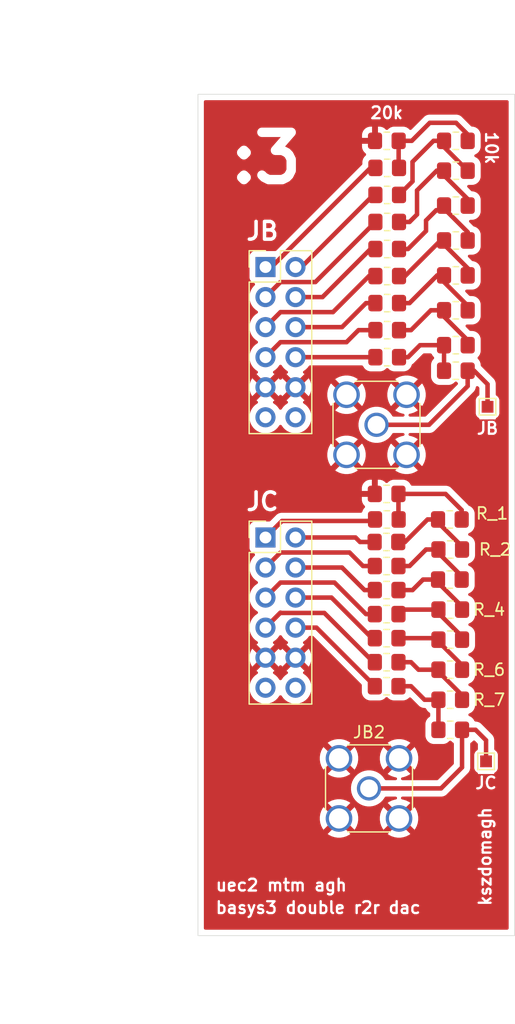
<source format=kicad_pcb>
(kicad_pcb (version 20241229) (generator "pcbnew") (generator_version "9.0")
  (layers (0 "F.Cu" signal) (2 "B.Cu" signal) (13 "F.Paste" user) (15 "B.Paste" user) (5 "F.SilkS" user "F.Silkscreen") (7 "B.SilkS" user "B.Silkscreen") (1 "F.Mask" user) (3 "B.Mask" user) (25 "Edge.Cuts" user))
  (net 0 "")
  (net 1 "GND")
  (net 2 "DB0")
  (net 3 "DB1")
  (net 4 "Net-(2R_4-Pad2)")
  (net 5 "DB2")
  (net 6 "Net-(2R_5-Pad2)")
  (net 7 "DB3")
  (net 8 "Net-(2R_6-Pad2)")
  (net 9 "DB4")
  (net 10 "Net-(2R_7-Pad2)")
  (net 11 "DB5")
  (net 12 "Net-(2R_8-Pad2)")
  (net 13 "DB6")
  (net 14 "DB7")
  (net 15 "Net-(2R_9-Pad2)")
  (net 16 "DA0")
  (net 17 "Net-(2R_11-Pad2)")
  (net 18 "DA1")
  (net 19 "Net-(2R_13-Pad2)")
  (net 20 "DA2")
  (net 21 "Net-(2R_14-Pad2)")
  (net 22 "Net-(2R_15-Pad2)")
  (net 23 "DA3")
  (net 24 "DA4")
  (net 25 "Net-(2R_16-Pad2)")
  (net 26 "DA5")
  (net 27 "Net-(2R_17-Pad2)")
  (net 28 "Net-(2R_18-Pad2)")
  (net 29 "DA6")
  (net 30 "Net-(2R_19-Pad2)")
  (net 31 "DA7")
  (net 32 "VDD")
  (net 33 "Net-(JB2-In)")
  (net 34 "Net-(JA2-In)")
  (net 35 "Net-(2R_B0-Pad2)")
  (net 36 "Net-(2R_B1-Pad2)")
  (footprint "Resistor_SMD:R_0805_2012Metric_Pad1.20x1.40mm_HandSolder" (layer "F.Cu") (at 148.352 100.711 180)
    (property "Reference" "R_4" (at -3.286 0 0) (layer "F.SilkS"))
    (property "Value" "10K" (hide yes))
    (fp_line (start -0.227064 0.735) (end 0.227064 0.735) (stroke (width 0.12)) (layer "F.SilkS"))
    (fp_line (start -0.227064 -0.735) (end 0.227064 -0.735) (stroke (width 0.12)) (layer "F.SilkS"))
    (pad "1" smd roundrect (at -1 0 180) (size 1.2 1.4) (layers "F.Cu" "F.Mask" "F.Paste") (roundrect_rratio 0.208333) (net 6 "Net-(2R_5-Pad2)"))
    (pad "2" smd roundrect (at 1 0 180) (size 1.2 1.4) (layers "F.Cu" "F.Mask" "F.Paste") (roundrect_rratio 0.208333) (net 8 "Net-(2R_6-Pad2)"))
  )
  (footprint "Resistor_SMD:R_0805_2012Metric_Pad1.20x1.40mm_HandSolder" (layer "F.Cu") (at 143.018 65.659)
    (property "Reference" "2R_13" (hide yes))
    (property "Value" "20K" (hide yes))
    (fp_line (start -0.227064 -0.735) (end 0.227064 -0.735) (stroke (width 0.12)) (layer "F.SilkS"))
    (fp_line (start -0.227064 0.735) (end 0.227064 0.735) (stroke (width 0.12)) (layer "F.SilkS"))
    (pad "1" smd roundrect (at -1 0) (size 1.2 1.4) (layers "F.Cu" "F.Mask" "F.Paste") (roundrect_rratio 0.208333) (net 24 "DA4"))
    (pad "2" smd roundrect (at 1 0) (size 1.2 1.4) (layers "F.Cu" "F.Mask" "F.Paste") (roundrect_rratio 0.208333) (net 19 "Net-(2R_13-Pad2)"))
  )
  (footprint "Resistor_SMD:R_0805_2012Metric_Pad1.20x1.40mm_HandSolder" (layer "F.Cu") (at 148.828 72.459 180)
    (property "Reference" "R_14" (hide yes))
    (property "Value" "10K" (hide yes))
    (fp_line (start -0.227064 0.735) (end 0.227064 0.735) (stroke (width 0.12)) (layer "F.SilkS"))
    (fp_line (start -0.227064 -0.735) (end 0.227064 -0.735) (stroke (width 0.12)) (layer "F.SilkS"))
    (pad "1" smd roundrect (at -1 0 180) (size 1.2 1.4) (layers "F.Cu" "F.Mask" "F.Paste") (roundrect_rratio 0.208333) (net 25 "Net-(2R_16-Pad2)"))
    (pad "2" smd roundrect (at 1 0 180) (size 1.2 1.4) (layers "F.Cu" "F.Mask" "F.Paste") (roundrect_rratio 0.208333) (net 27 "Net-(2R_17-Pad2)"))
  )
  (footprint "Resistor_SMD:R_0805_2012Metric_Pad1.20x1.40mm_HandSolder" (layer "F.Cu") (at 142.954 94.996)
    (property "Reference" "2R_B1" (hide yes))
    (property "Value" "20K" (hide yes))
    (fp_line (start -0.227064 -0.735) (end 0.227064 -0.735) (stroke (width 0.12)) (layer "F.SilkS"))
    (fp_line (start -0.227064 0.735) (end 0.227064 0.735) (stroke (width 0.12)) (layer "F.SilkS"))
    (pad "1" smd roundrect (at -1 0) (size 1.2 1.4) (layers "F.Cu" "F.Mask" "F.Paste") (roundrect_rratio 0.208333) (net 9 "DB4"))
    (pad "2" smd roundrect (at 1 0) (size 1.2 1.4) (layers "F.Cu" "F.Mask" "F.Paste") (roundrect_rratio 0.208333) (net 36 "Net-(2R_B1-Pad2)"))
  )
  (footprint "Resistor_SMD:R_0805_2012Metric_Pad1.20x1.40mm_HandSolder" (layer "F.Cu") (at 143.018 70.231)
    (property "Reference" "2R_15" (hide yes))
    (property "Value" "20K" (hide yes))
    (fp_line (start -0.227064 -0.735) (end 0.227064 -0.735) (stroke (width 0.12)) (layer "F.SilkS"))
    (fp_line (start -0.227064 0.735) (end 0.227064 0.735) (stroke (width 0.12)) (layer "F.SilkS"))
    (pad "1" smd roundrect (at -1 0) (size 1.2 1.4) (layers "F.Cu" "F.Mask" "F.Paste") (roundrect_rratio 0.208333) (net 26 "DA5"))
    (pad "2" smd roundrect (at 1 0) (size 1.2 1.4) (layers "F.Cu" "F.Mask" "F.Paste") (roundrect_rratio 0.208333) (net 22 "Net-(2R_15-Pad2)"))
  )
  (footprint "Resistor_SMD:R_0805_2012Metric_Pad1.20x1.40mm_HandSolder" (layer "F.Cu") (at 142.97 99.06)
    (property "Reference" "2R_5" (hide yes))
    (property "Value" "20K" (hide yes))
    (fp_line (start -0.227064 -0.735) (end 0.227064 -0.735) (stroke (width 0.12)) (layer "F.SilkS"))
    (fp_line (start -0.227064 0.735) (end 0.227064 0.735) (stroke (width 0.12)) (layer "F.SilkS"))
    (pad "1" smd roundrect (at -1 0) (size 1.2 1.4) (layers "F.Cu" "F.Mask" "F.Paste") (roundrect_rratio 0.208333) (net 11 "DB5"))
    (pad "2" smd roundrect (at 1 0) (size 1.2 1.4) (layers "F.Cu" "F.Mask" "F.Paste") (roundrect_rratio 0.208333) (net 6 "Net-(2R_5-Pad2)"))
  )
  (footprint "TestPoint:TestPoint_Pad_1.0x1.0mm" (layer "F.Cu") (at 151.511 83.566)
    (property "Reference" "REF**" (hide yes))
    (property "Value" "TestPoint_Pad_1.0x1.0mm" (hide yes))
    (fp_line (start -0.7 -0.7) (end 0.7 -0.7) (stroke (width 0.12)) (layer "F.SilkS"))
    (fp_line (start -0.7 0.7) (end -0.7 -0.7) (stroke (width 0.12)) (layer "F.SilkS"))
    (fp_line (start 0.7 -0.7) (end 0.7 0.7) (stroke (width 0.12)) (layer "F.SilkS"))
    (fp_line (start 0.7 0.7) (end -0.7 0.7) (stroke (width 0.12)) (layer "F.SilkS"))
    (pad "1" smd rect (at 0 0) (size 1 1) (layers "F.Cu" "F.Mask") (net 34 "Net-(JA2-In)"))
  )
  (footprint "Resistor_SMD:R_0805_2012Metric_Pad1.20x1.40mm_HandSolder" (layer "F.Cu") (at 142.97 90.932 180)
    (property "Reference" "2R_B2" (hide yes))
    (property "Value" "20K" (hide yes))
    (fp_line (start -0.227064 0.735) (end 0.227064 0.735) (stroke (width 0.12)) (layer "F.SilkS"))
    (fp_line (start -0.227064 -0.735) (end 0.227064 -0.735) (stroke (width 0.12)) (layer "F.SilkS"))
    (pad "1" smd roundrect (at -1 0 180) (size 1.2 1.4) (layers "F.Cu" "F.Mask" "F.Paste") (roundrect_rratio 0.208333) (net 35 "Net-(2R_B0-Pad2)"))
    (pad "2" smd roundrect (at 1 0 180) (size 1.2 1.4) (layers "F.Cu" "F.Mask" "F.Paste") (roundrect_rratio 0.208333) (net 1 "GND"))
  )
  (footprint "Resistor_SMD:R_0805_2012Metric_Pad1.20x1.40mm_HandSolder" (layer "F.Cu") (at 142.986 61.087 180)
    (property "Reference" "2R_12" (hide yes))
    (property "Value" "20K" (hide yes))
    (fp_line (start -0.227064 0.735) (end 0.227064 0.735) (stroke (width 0.12)) (layer "F.SilkS"))
    (fp_line (start -0.227064 -0.735) (end 0.227064 -0.735) (stroke (width 0.12)) (layer "F.SilkS"))
    (pad "1" smd roundrect (at -1 0 180) (size 1.2 1.4) (layers "F.Cu" "F.Mask" "F.Paste") (roundrect_rratio 0.208333) (net 17 "Net-(2R_11-Pad2)"))
    (pad "2" smd roundrect (at 1 0 180) (size 1.2 1.4) (layers "F.Cu" "F.Mask" "F.Paste") (roundrect_rratio 0.208333) (net 1 "GND"))
  )
  (footprint "Connector_Coaxial:SMA_Wurth_60312002114503_Vertical" (layer "F.Cu") (at 142.113 85.09)
    (property "Reference" "JA2" (hide yes))
    (property "Value" "Conn_Coaxial_Small" (hide yes))
    (fp_line (start -3.68 -1.8) (end -3.68 1.8) (stroke (width 0.12)) (layer "F.SilkS"))
    (fp_line (start -1.8 -3.68) (end 1.8 -3.68) (stroke (width 0.12)) (layer "F.SilkS"))
    (fp_line (start -1.8 3.68) (end 1.8 3.68) (stroke (width 0.12)) (layer "F.SilkS"))
    (fp_line (start 3.68 -1.8) (end 3.68 1.8) (stroke (width 0.12)) (layer "F.SilkS"))
    (pad "1" thru_hole circle (at 0 0) (size 2.05 2.05) (drill 1.5) (layers "*.Cu" "*.Mask") (net 34 "Net-(JA2-In)"))
    (pad "2" thru_hole circle (at -2.54 -2.54) (size 2.25 2.25) (drill 1.7) (layers "*.Cu" "*.Mask") (net 1 "GND"))
    (pad "2" thru_hole circle (at -2.54 2.54) (size 2.25 2.25) (drill 1.7) (layers "*.Cu" "*.Mask") (net 1 "GND"))
    (pad "2" thru_hole circle (at 2.54 -2.54) (size 2.25 2.25) (drill 1.7) (layers "*.Cu" "*.Mask") (net 1 "GND"))
    (pad "2" thru_hole circle (at 2.54 2.54) (size 2.25 2.25) (drill 1.7) (layers "*.Cu" "*.Mask") (net 1 "GND"))
  )
  (footprint "Resistor_SMD:R_0805_2012Metric_Pad1.20x1.40mm_HandSolder" (layer "F.Cu") (at 143.018 79.375)
    (property "Reference" "2R_19" (hide yes))
    (property "Value" "20K" (hide yes))
    (fp_line (start -0.227064 -0.735) (end 0.227064 -0.735) (stroke (width 0.12)) (layer "F.SilkS"))
    (fp_line (start -0.227064 0.735) (end 0.227064 0.735) (stroke (width 0.12)) (layer "F.SilkS"))
    (pad "1" smd roundrect (at -1 0) (size 1.2 1.4) (layers "F.Cu" "F.Mask" "F.Paste") (roundrect_rratio 0.208333) (net 31 "DA7"))
    (pad "2" smd roundrect (at 1 0) (size 1.2 1.4) (layers "F.Cu" "F.Mask" "F.Paste") (roundrect_rratio 0.208333) (net 30 "Net-(2R_19-Pad2)"))
  )
  (footprint "Resistor_SMD:R_0805_2012Metric_Pad1.20x1.40mm_HandSolder" (layer "F.Cu") (at 148.828 61.087 180)
    (property "Reference" "R_10" (hide yes))
    (property "Value" "10K" (hide yes))
    (fp_line (start -0.227064 0.735) (end 0.227064 0.735) (stroke (width 0.12)) (layer "F.SilkS"))
    (fp_line (start -0.227064 -0.735) (end 0.227064 -0.735) (stroke (width 0.12)) (layer "F.SilkS"))
    (pad "1" smd roundrect (at -1 0 180) (size 1.2 1.4) (layers "F.Cu" "F.Mask" "F.Paste") (roundrect_rratio 0.208333) (net 17 "Net-(2R_11-Pad2)"))
    (pad "2" smd roundrect (at 1 0 180) (size 1.2 1.4) (layers "F.Cu" "F.Mask" "F.Paste") (roundrect_rratio 0.208333) (net 19 "Net-(2R_13-Pad2)"))
  )
  (footprint "Connector_Coaxial:SMA_Wurth_60312002114503_Vertical" (layer "F.Cu") (at 141.478 115.824)
    (property "Reference" "JB2" (at 0 -4.75 0) (layer "F.SilkS"))
    (property "Value" "Conn_Coaxial_Small" (hide yes))
    (fp_line (start -3.68 -1.8) (end -3.68 1.8) (stroke (width 0.12)) (layer "F.SilkS"))
    (fp_line (start -1.8 -3.68) (end 1.8 -3.68) (stroke (width 0.12)) (layer "F.SilkS"))
    (fp_line (start -1.8 3.68) (end 1.8 3.68) (stroke (width 0.12)) (layer "F.SilkS"))
    (fp_line (start 3.68 -1.8) (end 3.68 1.8) (stroke (width 0.12)) (layer "F.SilkS"))
    (pad "1" thru_hole circle (at 0 0) (size 2.05 2.05) (drill 1.5) (layers "*.Cu" "*.Mask") (net 33 "Net-(JB2-In)"))
    (pad "2" thru_hole circle (at -2.54 -2.54) (size 2.25 2.25) (drill 1.7) (layers "*.Cu" "*.Mask") (net 1 "GND"))
    (pad "2" thru_hole circle (at -2.54 2.54) (size 2.25 2.25) (drill 1.7) (layers "*.Cu" "*.Mask") (net 1 "GND"))
    (pad "2" thru_hole circle (at 2.54 -2.54) (size 2.25 2.25) (drill 1.7) (layers "*.Cu" "*.Mask") (net 1 "GND"))
    (pad "2" thru_hole circle (at 2.54 2.54) (size 2.25 2.25) (drill 1.7) (layers "*.Cu" "*.Mask") (net 1 "GND"))
  )
  (footprint "TestPoint:TestPoint_Pad_1.0x1.0mm" (layer "F.Cu") (at 151.384 113.538)
    (property "Reference" "REF**" (hide yes))
    (property "Value" "TestPoint_Pad_1.0x1.0mm" (hide yes))
    (fp_line (start -0.7 -0.7) (end 0.7 -0.7) (stroke (width 0.12)) (layer "F.SilkS"))
    (fp_line (start -0.7 0.7) (end -0.7 -0.7) (stroke (width 0.12)) (layer "F.SilkS"))
    (fp_line (start 0.7 -0.7) (end 0.7 0.7) (stroke (width 0.12)) (layer "F.SilkS"))
    (fp_line (start 0.7 0.7) (end -0.7 0.7) (stroke (width 0.12)) (layer "F.SilkS"))
    (pad "1" smd rect (at 0 0) (size 1 1) (layers "F.Cu" "F.Mask") (net 33 "Net-(JB2-In)"))
  )
  (footprint "Resistor_SMD:R_0805_2012Metric_Pad1.20x1.40mm_HandSolder" (layer "F.Cu") (at 142.97 101.092)
    (property "Reference" "2R_6" (hide yes))
    (property "Value" "20K" (hide yes))
    (fp_line (start -0.227064 -0.735) (end 0.227064 -0.735) (stroke (width 0.12)) (layer "F.SilkS"))
    (fp_line (start -0.227064 0.735) (end 0.227064 0.735) (stroke (width 0.12)) (layer "F.SilkS"))
    (pad "1" smd roundrect (at -1 0) (size 1.2 1.4) (layers "F.Cu" "F.Mask" "F.Paste") (roundrect_rratio 0.208333) (net 5 "DB2"))
    (pad "2" smd roundrect (at 1 0) (size 1.2 1.4) (layers "F.Cu" "F.Mask" "F.Paste") (roundrect_rratio 0.208333) (net 8 "Net-(2R_6-Pad2)"))
  )
  (footprint "Resistor_SMD:R_0805_2012Metric_Pad1.20x1.40mm_HandSolder" (layer "F.Cu") (at 148.32 93.091 180)
    (property "Reference" "R_1" (at -3.572 0.508 0) (layer "F.SilkS"))
    (property "Value" "10K" (hide yes))
    (fp_line (start -0.227064 0.735) (end 0.227064 0.735) (stroke (width 0.12)) (layer "F.SilkS"))
    (fp_line (start -0.227064 -0.735) (end 0.227064 -0.735) (stroke (width 0.12)) (layer "F.SilkS"))
    (pad "1" smd roundrect (at -1 0 180) (size 1.2 1.4) (layers "F.Cu" "F.Mask" "F.Paste") (roundrect_rratio 0.208333) (net 35 "Net-(2R_B0-Pad2)"))
    (pad "2" smd roundrect (at 1 0 180) (size 1.2 1.4) (layers "F.Cu" "F.Mask" "F.Paste") (roundrect_rratio 0.208333) (net 36 "Net-(2R_B1-Pad2)"))
  )
  (footprint "Resistor_SMD:R_0805_2012Metric_Pad1.20x1.40mm_HandSolder" (layer "F.Cu") (at 143.018 72.517)
    (property "Reference" "2R_16" (hide yes))
    (property "Value" "20K" (hide yes))
    (fp_line (start -0.227064 -0.735) (end 0.227064 -0.735) (stroke (width 0.12)) (layer "F.SilkS"))
    (fp_line (start -0.227064 0.735) (end 0.227064 0.735) (stroke (width 0.12)) (layer "F.SilkS"))
    (pad "1" smd roundrect (at -1 0) (size 1.2 1.4) (layers "F.Cu" "F.Mask" "F.Paste") (roundrect_rratio 0.208333) (net 20 "DA2"))
    (pad "2" smd roundrect (at 1 0) (size 1.2 1.4) (layers "F.Cu" "F.Mask" "F.Paste") (roundrect_rratio 0.208333) (net 25 "Net-(2R_16-Pad2)"))
  )
  (footprint "Resistor_SMD:R_0805_2012Metric_Pad1.20x1.40mm_HandSolder" (layer "F.Cu") (at 148.828 69.509 180)
    (property "Reference" "R_13" (hide yes))
    (property "Value" "10K" (hide yes))
    (fp_line (start -0.227064 0.735) (end 0.227064 0.735) (stroke (width 0.12)) (layer "F.SilkS"))
    (fp_line (start -0.227064 -0.735) (end 0.227064 -0.735) (stroke (width 0.12)) (layer "F.SilkS"))
    (pad "1" smd roundrect (at -1 0 180) (size 1.2 1.4) (layers "F.Cu" "F.Mask" "F.Paste") (roundrect_rratio 0.208333) (net 22 "Net-(2R_15-Pad2)"))
    (pad "2" smd roundrect (at 1 0 180) (size 1.2 1.4) (layers "F.Cu" "F.Mask" "F.Paste") (roundrect_rratio 0.208333) (net 25 "Net-(2R_16-Pad2)"))
  )
  (footprint "Resistor_SMD:R_0805_2012Metric_Pad1.20x1.40mm_HandSolder" (layer "F.Cu") (at 142.97 97.028)
    (property "Reference" "2R_4" (hide yes))
    (property "Value" "20K" (hide yes))
    (fp_line (start -0.227064 -0.735) (end 0.227064 -0.735) (stroke (width 0.12)) (layer "F.SilkS"))
    (fp_line (start -0.227064 0.735) (end 0.227064 0.735) (stroke (width 0.12)) (layer "F.SilkS"))
    (pad "1" smd roundrect (at -1 0) (size 1.2 1.4) (layers "F.Cu" "F.Mask" "F.Paste") (roundrect_rratio 0.208333) (net 3 "DB1"))
    (pad "2" smd roundrect (at 1 0) (size 1.2 1.4) (layers "F.Cu" "F.Mask" "F.Paste") (roundrect_rratio 0.208333) (net 4 "Net-(2R_4-Pad2)"))
  )
  (footprint "Resistor_SMD:R_0805_2012Metric_Pad1.20x1.40mm_HandSolder" (layer "F.Cu") (at 142.97 103.124)
    (property "Reference" "2R_7" (hide yes))
    (property "Value" "20K" (hide yes))
    (fp_line (start -0.227064 -0.735) (end 0.227064 -0.735) (stroke (width 0.12)) (layer "F.SilkS"))
    (fp_line (start -0.227064 0.735) (end 0.227064 0.735) (stroke (width 0.12)) (layer "F.SilkS"))
    (pad "1" smd roundrect (at -1 0) (size 1.2 1.4) (layers "F.Cu" "F.Mask" "F.Paste") (roundrect_rratio 0.208333) (net 13 "DB6"))
    (pad "2" smd roundrect (at 1 0) (size 1.2 1.4) (layers "F.Cu" "F.Mask" "F.Paste") (roundrect_rratio 0.208333) (net 10 "Net-(2R_7-Pad2)"))
  )
  (footprint "Connector_PinHeader_2.54mm:PinHeader_2x06_P2.54mm_Vertical" (layer "F.Cu") (at 132.715 71.755)
    (property "Reference" "JA1" (hide yes))
    (property "Value" "Conn_02x06_Odd_Even" (hide yes))
    (fp_line (start -1.38 -1.38) (end 0 -1.38) (stroke (width 0.12)) (layer "F.SilkS"))
    (fp_line (start -1.38 0) (end -1.38 -1.38) (stroke (width 0.12)) (layer "F.SilkS"))
    (fp_line (start -1.38 1.27) (end -1.38 14.08) (stroke (width 0.12)) (layer "F.SilkS"))
    (fp_line (start -1.38 1.27) (end 1.27 1.27) (stroke (width 0.12)) (layer "F.SilkS"))
    (fp_line (start -1.38 14.08) (end 3.92 14.08) (stroke (width 0.12)) (layer "F.SilkS"))
    (fp_line (start 1.27 -1.38) (end 3.92 -1.38) (stroke (width 0.12)) (layer "F.SilkS"))
    (fp_line (start 1.27 1.27) (end 1.27 -1.38) (stroke (width 0.12)) (layer "F.SilkS"))
    (fp_line (start 3.92 -1.38) (end 3.92 14.08) (stroke (width 0.12)) (layer "F.SilkS"))
    (pad "1" thru_hole rect (at 0 0) (size 1.7 1.7) (drill 1) (layers "*.Cu" "*.Mask") (net 16 "DA0"))
    (pad "2" thru_hole circle (at 2.54 0) (size 1.7 1.7) (drill 1) (layers "*.Cu" "*.Mask") (net 24 "DA4"))
    (pad "3" thru_hole circle (at 0 2.54) (size 1.7 1.7) (drill 1) (layers "*.Cu" "*.Mask") (net 18 "DA1"))
    (pad "4" thru_hole circle (at 2.54 2.54) (size 1.7 1.7) (drill 1) (layers "*.Cu" "*.Mask") (net 26 "DA5"))
    (pad "5" thru_hole circle (at 0 5.08) (size 1.7 1.7) (drill 1) (layers "*.Cu" "*.Mask") (net 20 "DA2"))
    (pad "6" thru_hole circle (at 2.54 5.08) (size 1.7 1.7) (drill 1) (layers "*.Cu" "*.Mask") (net 29 "DA6"))
    (pad "7" thru_hole circle (at 0 7.62) (size 1.7 1.7) (drill 1) (layers "*.Cu" "*.Mask") (net 23 "DA3"))
    (pad "8" thru_hole circle (at 2.54 7.62) (size 1.7 1.7) (drill 1) (layers "*.Cu" "*.Mask") (net 31 "DA7"))
    (pad "9" thru_hole circle (at 0 10.16) (size 1.7 1.7) (drill 1) (layers "*.Cu" "*.Mask") (net 1 "GND"))
    (pad "10" thru_hole circle (at 2.54 10.16) (size 1.7 1.7) (drill 1) (layers "*.Cu" "*.Mask") (net 1 "GND"))
    (pad "11" thru_hole circle (at 0 12.7) (size 1.7 1.7) (drill 1) (layers "*.Cu" "*.Mask") (net 32 "VDD"))
    (pad "12" thru_hole circle (at 2.54 12.7) (size 1.7 1.7) (drill 1) (layers "*.Cu" "*.Mask") (net 32 "VDD"))
  )
  (footprint "Connector_PinHeader_2.54mm:PinHeader_2x06_P2.54mm_Vertical" (layer "F.Cu") (at 132.715 94.615)
    (property "Reference" "JB1" (hide yes))
    (property "Value" "Conn_02x06_Odd_Even" (hide yes))
    (fp_line (start -1.38 -1.38) (end 0 -1.38) (stroke (width 0.12)) (layer "F.SilkS"))
    (fp_line (start -1.38 0) (end -1.38 -1.38) (stroke (width 0.12)) (layer "F.SilkS"))
    (fp_line (start -1.38 1.27) (end -1.38 14.08) (stroke (width 0.12)) (layer "F.SilkS"))
    (fp_line (start -1.38 1.27) (end 1.27 1.27) (stroke (width 0.12)) (layer "F.SilkS"))
    (fp_line (start -1.38 14.08) (end 3.92 14.08) (stroke (width 0.12)) (layer "F.SilkS"))
    (fp_line (start 1.27 -1.38) (end 3.92 -1.38) (stroke (width 0.12)) (layer "F.SilkS"))
    (fp_line (start 1.27 1.27) (end 1.27 -1.38) (stroke (width 0.12)) (layer "F.SilkS"))
    (fp_line (start 3.92 -1.38) (end 3.92 14.08) (stroke (width 0.12)) (layer "F.SilkS"))
    (pad "1" thru_hole rect (at 0 0) (size 1.7 1.7) (drill 1) (layers "*.Cu" "*.Mask") (net 2 "DB0"))
    (pad "2" thru_hole circle (at 2.54 0) (size 1.7 1.7) (drill 1) (layers "*.Cu" "*.Mask") (net 9 "DB4"))
    (pad "3" thru_hole circle (at 0 2.54) (size 1.7 1.7) (drill 1) (layers "*.Cu" "*.Mask") (net 3 "DB1"))
    (pad "4" thru_hole circle (at 2.54 2.54) (size 1.7 1.7) (drill 1) (layers "*.Cu" "*.Mask") (net 11 "DB5"))
    (pad "5" thru_hole circle (at 0 5.08) (size 1.7 1.7) (drill 1) (layers "*.Cu" "*.Mask") (net 5 "DB2"))
    (pad "6" thru_hole circle (at 2.54 5.08) (size 1.7 1.7) (drill 1) (layers "*.Cu" "*.Mask") (net 13 "DB6"))
    (pad "7" thru_hole circle (at 0 7.62) (size 1.7 1.7) (drill 1) (layers "*.Cu" "*.Mask") (net 7 "DB3"))
    (pad "8" thru_hole circle (at 2.54 7.62) (size 1.7 1.7) (drill 1) (layers "*.Cu" "*.Mask") (net 14 "DB7"))
    (pad "9" thru_hole circle (at 0 10.16) (size 1.7 1.7) (drill 1) (layers "*.Cu" "*.Mask") (net 1 "GND"))
    (pad "10" thru_hole circle (at 2.54 10.16) (size 1.7 1.7) (drill 1) (layers "*.Cu" "*.Mask") (net 1 "GND"))
    (pad "11" thru_hole circle (at 0 12.7) (size 1.7 1.7) (drill 1) (layers "*.Cu" "*.Mask") (net 32 "VDD"))
    (pad "12" thru_hole circle (at 2.54 12.7) (size 1.7 1.7) (drill 1) (layers "*.Cu" "*.Mask") (net 32 "VDD"))
  )
  (footprint "Resistor_SMD:R_0805_2012Metric_Pad1.20x1.40mm_HandSolder" (layer "F.Cu") (at 142.97 105.156)
    (property "Reference" "2R_8" (hide yes))
    (property "Value" "20K" (hide yes))
    (fp_line (start -0.227064 -0.735) (end 0.227064 -0.735) (stroke (width 0.12)) (layer "F.SilkS"))
    (fp_line (start -0.227064 0.735) (end 0.227064 0.735) (stroke (width 0.12)) (layer "F.SilkS"))
    (pad "1" smd roundrect (at -1 0) (size 1.2 1.4) (layers "F.Cu" "F.Mask" "F.Paste") (roundrect_rratio 0.208333) (net 7 "DB3"))
    (pad "2" smd roundrect (at 1 0) (size 1.2 1.4) (layers "F.Cu" "F.Mask" "F.Paste") (roundrect_rratio 0.208333) (net 12 "Net-(2R_8-Pad2)"))
  )
  (footprint "Resistor_SMD:R_0805_2012Metric_Pad1.20x1.40mm_HandSolder" (layer "F.Cu") (at 148.352 105.791 180)
    (property "Reference" "R_6" (at -3.286 0 0) (layer "F.SilkS"))
    (property "Value" "10K" (hide yes))
    (fp_line (start -0.227064 0.735) (end 0.227064 0.735) (stroke (width 0.12)) (layer "F.SilkS"))
    (fp_line (start -0.227064 -0.735) (end 0.227064 -0.735) (stroke (width 0.12)) (layer "F.SilkS"))
    (pad "1" smd roundrect (at -1 0 180) (size 1.2 1.4) (layers "F.Cu" "F.Mask" "F.Paste") (roundrect_rratio 0.208333) (net 10 "Net-(2R_7-Pad2)"))
    (pad "2" smd roundrect (at 1 0 180) (size 1.2 1.4) (layers "F.Cu" "F.Mask" "F.Paste") (roundrect_rratio 0.208333) (net 12 "Net-(2R_8-Pad2)"))
  )
  (footprint "Resistor_SMD:R_0805_2012Metric_Pad1.20x1.40mm_HandSolder" (layer "F.Cu") (at 148.352 103.251 180)
    (property "Reference" "R_5" (hide yes))
    (property "Value" "10K" (hide yes))
    (fp_line (start -0.227064 0.735) (end 0.227064 0.735) (stroke (width 0.12)) (layer "F.SilkS"))
    (fp_line (start -0.227064 -0.735) (end 0.227064 -0.735) (stroke (width 0.12)) (layer "F.SilkS"))
    (pad "1" smd roundrect (at -1 0 180) (size 1.2 1.4) (layers "F.Cu" "F.Mask" "F.Paste") (roundrect_rratio 0.208333) (net 8 "Net-(2R_6-Pad2)"))
    (pad "2" smd roundrect (at 1 0 180) (size 1.2 1.4) (layers "F.Cu" "F.Mask" "F.Paste") (roundrect_rratio 0.208333) (net 10 "Net-(2R_7-Pad2)"))
  )
  (footprint "Resistor_SMD:R_0805_2012Metric_Pad1.20x1.40mm_HandSolder" (layer "F.Cu") (at 143.018 77.089)
    (property "Reference" "2R_18" (hide yes))
    (property "Value" "20K" (hide yes))
    (fp_line (start -0.227064 -0.735) (end 0.227064 -0.735) (stroke (width 0.12)) (layer "F.SilkS"))
    (fp_line (start -0.227064 0.735) (end 0.227064 0.735) (stroke (width 0.12)) (layer "F.SilkS"))
    (pad "1" smd roundrect (at -1 0) (size 1.2 1.4) (layers "F.Cu" "F.Mask" "F.Paste") (roundrect_rratio 0.208333) (net 23 "DA3"))
    (pad "2" smd roundrect (at 1 0) (size 1.2 1.4) (layers "F.Cu" "F.Mask" "F.Paste") (roundrect_rratio 0.208333) (net 28 "Net-(2R_18-Pad2)"))
  )
  (footprint "Resistor_SMD:R_0805_2012Metric_Pad1.20x1.40mm_HandSolder" (layer "F.Cu") (at 148.352 110.871)
    (property "Reference" "R_8" (hide yes))
    (property "Value" "10K")
    (fp_line (start -0.227064 -0.735) (end 0.227064 -0.735) (stroke (width 0.12)) (layer "F.SilkS"))
    (fp_line (start -0.227064 0.735) (end 0.227064 0.735) (stroke (width 0.12)) (layer "F.SilkS"))
    (pad "1" smd roundrect (at -1 0) (size 1.2 1.4) (layers "F.Cu" "F.Mask" "F.Paste") (roundrect_rratio 0.208333) (net 15 "Net-(2R_9-Pad2)"))
    (pad "2" smd roundrect (at 1 0) (size 1.2 1.4) (layers "F.Cu" "F.Mask" "F.Paste") (roundrect_rratio 0.208333) (net 33 "Net-(JB2-In)"))
  )
  (footprint "Resistor_SMD:R_0805_2012Metric_Pad1.20x1.40mm_HandSolder" (layer "F.Cu") (at 148.352 95.631 180)
    (property "Reference" "R_2" (at -3.794 0 0) (layer "F.SilkS"))
    (property "Value" "10K" (hide yes))
    (fp_line (start -0.227064 0.735) (end 0.227064 0.735) (stroke (width 0.12)) (layer "F.SilkS"))
    (fp_line (start -0.227064 -0.735) (end 0.227064 -0.735) (stroke (width 0.12)) (layer "F.SilkS"))
    (pad "1" smd roundrect (at -1 0 180) (size 1.2 1.4) (layers "F.Cu" "F.Mask" "F.Paste") (roundrect_rratio 0.208333) (net 36 "Net-(2R_B1-Pad2)"))
    (pad "2" smd roundrect (at 1 0 180) (size 1.2 1.4) (layers "F.Cu" "F.Mask" "F.Paste") (roundrect_rratio 0.208333) (net 4 "Net-(2R_4-Pad2)"))
  )
  (footprint "Resistor_SMD:R_0805_2012Metric_Pad1.20x1.40mm_HandSolder" (layer "F.Cu") (at 143.018 67.945)
    (property "Reference" "2R_14" (hide yes))
    (property "Value" "20K" (hide yes))
    (fp_line (start -0.227064 -0.735) (end 0.227064 -0.735) (stroke (width 0.12)) (layer "F.SilkS"))
    (fp_line (start -0.227064 0.735) (end 0.227064 0.735) (stroke (width 0.12)) (layer "F.SilkS"))
    (pad "1" smd roundrect (at -1 0) (size 1.2 1.4) (layers "F.Cu" "F.Mask" "F.Paste") (roundrect_rratio 0.208333) (net 18 "DA1"))
    (pad "2" smd roundrect (at 1 0) (size 1.2 1.4) (layers "F.Cu" "F.Mask" "F.Paste") (roundrect_rratio 0.208333) (net 21 "Net-(2R_14-Pad2)"))
  )
  (footprint "Resistor_SMD:R_0805_2012Metric_Pad1.20x1.40mm_HandSolder" (layer "F.Cu") (at 148.828 78.359 180)
    (property "Reference" "R_16" (hide yes))
    (property "Value" "10K" (hide yes))
    (fp_line (start -0.227064 0.735) (end 0.227064 0.735) (stroke (width 0.12)) (layer "F.SilkS"))
    (fp_line (start -0.227064 -0.735) (end 0.227064 -0.735) (stroke (width 0.12)) (layer "F.SilkS"))
    (pad "1" smd roundrect (at -1 0 180) (size 1.2 1.4) (layers "F.Cu" "F.Mask" "F.Paste") (roundrect_rratio 0.208333) (net 28 "Net-(2R_18-Pad2)"))
    (pad "2" smd roundrect (at 1 0 180) (size 1.2 1.4) (layers "F.Cu" "F.Mask" "F.Paste") (roundrect_rratio 0.208333) (net 30 "Net-(2R_19-Pad2)"))
  )
  (footprint "Resistor_SMD:R_0805_2012Metric_Pad1.20x1.40mm_HandSolder" (layer "F.Cu") (at 142.97 107.188)
    (property "Reference" "2R_9" (hide yes))
    (property "Value" "20K" (hide yes))
    (fp_line (start -0.227064 -0.735) (end 0.227064 -0.735) (stroke (width 0.12)) (layer "F.SilkS"))
    (fp_line (start -0.227064 0.735) (end 0.227064 0.735) (stroke (width 0.12)) (layer "F.SilkS"))
    (pad "1" smd roundrect (at -1 0) (size 1.2 1.4) (layers "F.Cu" "F.Mask" "F.Paste") (roundrect_rratio 0.208333) (net 14 "DB7"))
    (pad "2" smd roundrect (at 1 0) (size 1.2 1.4) (layers "F.Cu" "F.Mask" "F.Paste") (roundrect_rratio 0.208333) (net 15 "Net-(2R_9-Pad2)"))
  )
  (footprint "Resistor_SMD:R_0805_2012Metric_Pad1.20x1.40mm_HandSolder" (layer "F.Cu") (at 148.352 108.331 180)
    (property "Reference" "R_7" (at -3.286 0 0) (layer "F.SilkS"))
    (property "Value" "10K" (hide yes))
    (fp_line (start -0.227064 0.735) (end 0.227064 0.735) (stroke (width 0.12)) (layer "F.SilkS"))
    (fp_line (start -0.227064 -0.735) (end 0.227064 -0.735) (stroke (width 0.12)) (layer "F.SilkS"))
    (pad "1" smd roundrect (at -1 0 180) (size 1.2 1.4) (layers "F.Cu" "F.Mask" "F.Paste") (roundrect_rratio 0.208333) (net 12 "Net-(2R_8-Pad2)"))
    (pad "2" smd roundrect (at 1 0 180) (size 1.2 1.4) (layers "F.Cu" "F.Mask" "F.Paste") (roundrect_rratio 0.208333) (net 15 "Net-(2R_9-Pad2)"))
  )
  (footprint "Resistor_SMD:R_0805_2012Metric_Pad1.20x1.40mm_HandSolder" (layer "F.Cu") (at 143.018 74.803)
    (property "Reference" "2R_17" (hide yes))
    (property "Value" "20K" (hide yes))
    (fp_line (start -0.227064 -0.735) (end 0.227064 -0.735) (stroke (width 0.12)) (layer "F.SilkS"))
    (fp_line (start -0.227064 0.735) (end 0.227064 0.735) (stroke (width 0.12)) (layer "F.SilkS"))
    (pad "1" smd roundrect (at -1 0) (size 1.2 1.4) (layers "F.Cu" "F.Mask" "F.Paste") (roundrect_rratio 0.208333) (net 29 "DA6"))
    (pad "2" smd roundrect (at 1 0) (size 1.2 1.4) (layers "F.Cu" "F.Mask" "F.Paste") (roundrect_rratio 0.208333) (net 27 "Net-(2R_17-Pad2)"))
  )
  (footprint "Resistor_SMD:R_0805_2012Metric_Pad1.20x1.40mm_HandSolder" (layer "F.Cu") (at 143.018 63.373)
    (property "Reference" "2R_11" (hide yes))
    (property "Value" "20K" (hide yes))
    (fp_line (start -0.227064 -0.735) (end 0.227064 -0.735) (stroke (width 0.12)) (layer "F.SilkS"))
    (fp_line (start -0.227064 0.735) (end 0.227064 0.735) (stroke (width 0.12)) (layer "F.SilkS"))
    (pad "1" smd roundrect (at -1 0) (size 1.2 1.4) (layers "F.Cu" "F.Mask" "F.Paste") (roundrect_rratio 0.208333) (net 16 "DA0"))
    (pad "2" smd roundrect (at 1 0) (size 1.2 1.4) (layers "F.Cu" "F.Mask" "F.Paste") (roundrect_rratio 0.208333) (net 17 "Net-(2R_11-Pad2)"))
  )
  (footprint "Resistor_SMD:R_0805_2012Metric_Pad1.20x1.40mm_HandSolder" (layer "F.Cu") (at 148.32 98.171 180)
    (property "Reference" "R_3" (hide yes))
    (property "Value" "10K" (hide yes))
    (fp_line (start -0.227064 0.735) (end 0.227064 0.735) (stroke (width 0.12)) (layer "F.SilkS"))
    (fp_line (start -0.227064 -0.735) (end 0.227064 -0.735) (stroke (width 0.12)) (layer "F.SilkS"))
    (pad "1" smd roundrect (at -1 0 180) (size 1.2 1.4) (layers "F.Cu" "F.Mask" "F.Paste") (roundrect_rratio 0.208333) (net 4 "Net-(2R_4-Pad2)"))
    (pad "2" smd roundrect (at 1 0 180) (size 1.2 1.4) (layers "F.Cu" "F.Mask" "F.Paste") (roundrect_rratio 0.208333) (net 6 "Net-(2R_5-Pad2)"))
  )
  (footprint "Resistor_SMD:R_0805_2012Metric_Pad1.20x1.40mm_HandSolder" (layer "F.Cu") (at 148.828 75.409 180)
    (property "Reference" "R_15" (hide yes))
    (property "Value" "10K" (hide yes))
    (fp_line (start -0.227064 0.735) (end 0.227064 0.735) (stroke (width 0.12)) (layer "F.SilkS"))
    (fp_line (start -0.227064 -0.735) (end 0.227064 -0.735) (stroke (width 0.12)) (layer "F.SilkS"))
    (pad "1" smd roundrect (at -1 0 180) (size 1.2 1.4) (layers "F.Cu" "F.Mask" "F.Paste") (roundrect_rratio 0.208333) (net 27 "Net-(2R_17-Pad2)"))
    (pad "2" smd roundrect (at 1 0 180) (size 1.2 1.4) (layers "F.Cu" "F.Mask" "F.Paste") (roundrect_rratio 0.208333) (net 28 "Net-(2R_18-Pad2)"))
  )
  (footprint "Resistor_SMD:R_0805_2012Metric_Pad1.20x1.40mm_HandSolder" (layer "F.Cu") (at 142.986 93.091)
    (property "Reference" "2R_B0" (hide yes))
    (property "Value" "20K" (hide yes))
    (fp_line (start -0.227064 -0.735) (end 0.227064 -0.735) (stroke (width 0.12)) (layer "F.SilkS"))
    (fp_line (start -0.227064 0.735) (end 0.227064 0.735) (stroke (width 0.12)) (layer "F.SilkS"))
    (pad "1" smd roundrect (at -1 0) (size 1.2 1.4) (layers "F.Cu" "F.Mask" "F.Paste") (roundrect_rratio 0.208333) (net 2 "DB0"))
    (pad "2" smd roundrect (at 1 0) (size 1.2 1.4) (layers "F.Cu" "F.Mask" "F.Paste") (roundrect_rratio 0.208333) (net 35 "Net-(2R_B0-Pad2)"))
  )
  (footprint "Resistor_SMD:R_0805_2012Metric_Pad1.20x1.40mm_HandSolder" (layer "F.Cu") (at 148.828 66.559 180)
    (property "Reference" "R_12" (hide yes))
    (property "Value" "10K" (hide yes))
    (fp_line (start -0.227064 0.735) (end 0.227064 0.735) (stroke (width 0.12)) (layer "F.SilkS"))
    (fp_line (start -0.227064 -0.735) (end 0.227064 -0.735) (stroke (width 0.12)) (layer "F.SilkS"))
    (pad "1" smd roundrect (at -1 0 180) (size 1.2 1.4) (layers "F.Cu" "F.Mask" "F.Paste") (roundrect_rratio 0.208333) (net 21 "Net-(2R_14-Pad2)"))
    (pad "2" smd roundrect (at 1 0 180) (size 1.2 1.4) (layers "F.Cu" "F.Mask" "F.Paste") (roundrect_rratio 0.208333) (net 22 "Net-(2R_15-Pad2)"))
  )
  (footprint "Resistor_SMD:R_0805_2012Metric_Pad1.20x1.40mm_HandSolder" (layer "F.Cu") (at 148.828 63.609 180)
    (property "Reference" "R_11" (hide yes))
    (property "Value" "10K" (hide yes))
    (fp_line (start -0.227064 0.735) (end 0.227064 0.735) (stroke (width 0.12)) (layer "F.SilkS"))
    (fp_line (start -0.227064 -0.735) (end 0.227064 -0.735) (stroke (width 0.12)) (layer "F.SilkS"))
    (pad "1" smd roundrect (at -1 0 180) (size 1.2 1.4) (layers "F.Cu" "F.Mask" "F.Paste") (roundrect_rratio 0.208333) (net 19 "Net-(2R_13-Pad2)"))
    (pad "2" smd roundrect (at 1 0 180) (size 1.2 1.4) (layers "F.Cu" "F.Mask" "F.Paste") (roundrect_rratio 0.208333) (net 21 "Net-(2R_14-Pad2)"))
  )
  (footprint "Resistor_SMD:R_0805_2012Metric_Pad1.20x1.40mm_HandSolder" (layer "F.Cu") (at 148.828 80.518)
    (property "Reference" "R_17" (hide yes))
    (property "Value" "10K" (hide yes))
    (fp_line (start -0.227064 -0.735) (end 0.227064 -0.735) (stroke (width 0.12)) (layer "F.SilkS"))
    (fp_line (start -0.227064 0.735) (end 0.227064 0.735) (stroke (width 0.12)) (layer "F.SilkS"))
    (pad "1" smd roundrect (at -1 0) (size 1.2 1.4) (layers "F.Cu" "F.Mask" "F.Paste") (roundrect_rratio 0.208333) (net 30 "Net-(2R_19-Pad2)"))
    (pad "2" smd roundrect (at 1 0) (size 1.2 1.4) (layers "F.Cu" "F.Mask" "F.Paste") (roundrect_rratio 0.208333) (net 34 "Net-(JA2-In)"))
  )
  (gr_rect (start 127 57.15) (end 153.797 128.27) (stroke (width 0.05)) (fill no) (layer "Edge.Cuts"))
  (gr_text "JC" (at 150.368 115.951 0) (layer "F.Cu" knockout) (effects (font (size 1 1) (thickness 0.2) (bold yes)) (justify left bottom)))
  (gr_text "10k" (at 151.257 60.198 270) (layer "F.Cu" knockout) (effects (font (size 1 1) (thickness 0.2) (bold yes)) (justify left bottom)))
  (gr_text "JB" (at 130.937 69.596 0) (layer "F.Cu" knockout) (effects (font (size 1.5 1.5) (thickness 0.3) (bold yes)) (justify left bottom)))
  (gr_text ":3" (at 129.413 64.897 0) (layer "F.Cu" knockout) (effects (font (size 4 4) (thickness 0.8) (bold yes)) (justify left bottom)))
  (gr_text "20k" (at 141.478 59.309 0) (layer "F.Cu" knockout) (effects (font (size 1 1) (thickness 0.2) (bold yes)) (justify left bottom)))
  (gr_text "basys3 double r2r dac" (at 128.397 126.492 0) (layer "F.Cu" knockout) (effects (font (size 1 1) (thickness 0.2) (bold yes)) (justify left bottom)))
  (gr_text "kszdomagh\n" (at 151.892 125.857 90) (layer "F.Cu" knockout) (effects (font (size 1 1) (thickness 0.2) (bold yes)) (justify left bottom)))
  (gr_text "JC" (at 130.937 92.456 0) (layer "F.Cu" knockout) (effects (font (size 1.5 1.5) (thickness 0.3) (bold yes)) (justify left bottom)))
  (gr_text "JB" (at 150.495 85.979 0) (layer "F.Cu" knockout) (effects (font (size 1 1) (thickness 0.2) (bold yes)) (justify left bottom)))
  (gr_text "uec2 mtm agh" (at 128.397 124.587 0) (layer "F.Cu" knockout) (effects (font (size 1 1) (thickness 0.2) (bold yes)) (justify left bottom)))
  (segment (start 134.112 93.218) (end 141.859 93.218) (width 0.381) (layer "F.Cu") (net 2))
  (segment (start 141.859 93.218) (end 141.986 93.091) (width 0.381) (layer "F.Cu") (net 2))
  (segment (start 132.715 94.615) (end 134.112 93.218) (width 0.381) (layer "F.Cu") (net 2))
  (segment (start 133.985 95.885) (end 139.827 95.885) (width 0.381) (layer "F.Cu") (net 3))
  (segment (start 140.97 97.028) (end 141.97 97.028) (width 0.381) (layer "F.Cu") (net 3))
  (segment (start 132.715 97.155) (end 133.985 95.885) (width 0.381) (layer "F.Cu") (net 3))
  (segment (start 139.827 95.885) (end 140.97 97.028) (width 0.381) (layer "F.Cu") (net 3))
  (segment (start 147.352 95.631) (end 147.352 95.917) (width 0.381) (layer "F.Cu") (net 4))
  (segment (start 149.32 97.885) (end 149.32 98.171) (width 0.381) (layer "F.Cu") (net 4))
  (segment (start 149.32 97.901) (end 149.32 98.171) (width 0.381) (layer "F.Cu") (net 4))
  (segment (start 147.352 95.917) (end 149.32 97.885) (width 0.381) (layer "F.Cu") (net 4))
  (segment (start 146.304 95.631) (end 147.352 95.631) (width 0.381) (layer "F.Cu") (net 4))
  (segment (start 144.907 97.028) (end 146.304 95.631) (width 0.381) (layer "F.Cu") (net 4))
  (segment (start 143.97 97.028) (end 144.907 97.028) (width 0.381) (layer "F.Cu") (net 4))
  (segment (start 133.985 98.425) (end 138.557 98.425) (width 0.381) (layer "F.Cu") (net 5))
  (segment (start 138.557 98.425) (end 141.224 101.092) (width 0.381) (layer "F.Cu") (net 5))
  (segment (start 141.224 101.092) (end 141.97 101.092) (width 0.381) (layer "F.Cu") (net 5))
  (segment (start 132.715 99.695) (end 133.985 98.425) (width 0.381) (layer "F.Cu") (net 5))
  (segment (start 145.161 99.06) (end 146.05 98.171) (width 0.381) (layer "F.Cu") (net 6))
  (segment (start 143.97 99.06) (end 145.161 99.06) (width 0.381) (layer "F.Cu") (net 6))
  (segment (start 147.32 98.425) (end 149.352 100.457) (width 0.381) (layer "F.Cu") (net 6))
  (segment (start 147.32 98.171) (end 147.32 98.425) (width 0.381) (layer "F.Cu") (net 6))
  (segment (start 149.352 100.457) (end 149.352 100.711) (width 0.381) (layer "F.Cu") (net 6))
  (segment (start 146.05 98.171) (end 147.32 98.171) (width 0.381) (layer "F.Cu") (net 6))
  (segment (start 133.9565 100.9935) (end 137.6965 100.9935) (width 0.381) (layer "F.Cu") (net 7))
  (segment (start 132.715 102.235) (end 133.985 100.965) (width 0.381) (layer "F.Cu") (net 7))
  (segment (start 132.715 102.235) (end 133.9565 100.9935) (width 0.381) (layer "F.Cu") (net 7))
  (segment (start 137.6965 100.9935) (end 141.859 105.156) (width 0.381) (layer "F.Cu") (net 7))
  (segment (start 141.859 105.156) (end 141.97 105.156) (width 0.381) (layer "F.Cu") (net 7))
  (segment (start 147.352 100.711) (end 147.352 100.997) (width 0.381) (layer "F.Cu") (net 8))
  (segment (start 143.97 101.092) (end 144.224 101.346) (width 0.381) (layer "F.Cu") (net 8))
  (segment (start 144.224 100.838) (end 143.97 101.092) (width 0.381) (layer "F.Cu") (net 8))
  (segment (start 144.351 100.711) (end 147.352 100.711) (width 0.381) (layer "F.Cu") (net 8))
  (segment (start 143.97 101.092) (end 144.351 100.711) (width 0.381) (layer "F.Cu") (net 8))
  (segment (start 149.352 102.997) (end 149.352 103.251) (width 0.381) (layer "F.Cu") (net 8))
  (segment (start 143.97 101.092) (end 144.121 101.243) (width 0.381) (layer "F.Cu") (net 8))
  (segment (start 147.352 100.997) (end 149.352 102.997) (width 0.381) (layer "F.Cu") (net 8))
  (segment (start 140.335 94.615) (end 140.716 94.996) (width 0.381) (layer "F.Cu") (net 9))
  (segment (start 140.716 94.996) (end 141.954 94.996) (width 0.381) (layer "F.Cu") (net 9))
  (segment (start 135.255 94.615) (end 140.335 94.615) (width 0.381) (layer "F.Cu") (net 9))
  (segment (start 147.225 103.124) (end 147.352 103.251) (width 0.381) (layer "F.Cu") (net 10))
  (segment (start 143.97 103.124) (end 147.225 103.124) (width 0.381) (layer "F.Cu") (net 10))
  (segment (start 149.352 105.41) (end 149.352 105.791) (width 0.381) (layer "F.Cu") (net 10))
  (segment (start 147.352 103.251) (end 147.352 103.41) (width 0.381) (layer "F.Cu") (net 10))
  (segment (start 147.352 103.41) (end 149.352 105.41) (width 0.381) (layer "F.Cu") (net 10))
  (segment (start 135.255 97.155) (end 139.192 97.155) (width 0.381) (layer "F.Cu") (net 11))
  (segment (start 141.097 99.06) (end 141.97 99.06) (width 0.381) (layer "F.Cu") (net 11))
  (segment (start 139.192 97.155) (end 141.097 99.06) (width 0.381) (layer "F.Cu") (net 11))
  (segment (start 145.034 105.156) (end 145.669 105.791) (width 0.381) (layer "F.Cu") (net 12))
  (segment (start 147.352 105.791) (end 147.352 105.95) (width 0.381) (layer "F.Cu") (net 12))
  (segment (start 145.669 105.791) (end 147.352 105.791) (width 0.381) (layer "F.Cu") (net 12))
  (segment (start 143.97 105.156) (end 145.034 105.156) (width 0.381) (layer "F.Cu") (net 12))
  (segment (start 147.352 105.95) (end 149.352 107.95) (width 0.381) (layer "F.Cu") (net 12))
  (segment (start 149.352 107.95) (end 149.352 108.331) (width 0.381) (layer "F.Cu") (net 12))
  (segment (start 149.352 108.331) (end 149.352 108.077) (width 0.381) (layer "F.Cu") (net 12))
  (segment (start 135.255 99.695) (end 138.303 99.695) (width 0.381) (layer "F.Cu") (net 13))
  (segment (start 138.303 99.695) (end 141.732 103.124) (width 0.381) (layer "F.Cu") (net 13))
  (segment (start 141.732 103.124) (end 141.97 103.124) (width 0.381) (layer "F.Cu") (net 13))
  (segment (start 137.033 102.235) (end 135.255 102.235) (width 0.381) (layer "F.Cu") (net 14))
  (segment (start 141.97 107.172) (end 137.033 102.235) (width 0.381) (layer "F.Cu") (net 14))
  (segment (start 141.97 107.188) (end 141.97 106.791) (width 0.381) (layer "F.Cu") (net 14))
  (segment (start 141.97 107.188) (end 141.97 107.172) (width 0.381) (layer "F.Cu") (net 14))
  (segment (start 141.938 107.188) (end 141.97 107.188) (width 0.381) (layer "F.Cu") (net 14))
  (segment (start 146.177 108.331) (end 147.352 108.331) (width 0.381) (layer "F.Cu") (net 15))
  (segment (start 143.97 107.188) (end 145.034 107.188) (width 0.381) (layer "F.Cu") (net 15))
  (segment (start 147.352 108.331) (end 147.352 110.871) (width 0.381) (layer "F.Cu") (net 15))
  (segment (start 145.034 107.188) (end 146.177 108.331) (width 0.381) (layer "F.Cu") (net 15))
  (segment (start 133.223 71.755) (end 141.605 63.373) (width 0.381) (layer "F.Cu") (net 16))
  (segment (start 132.715 71.755) (end 133.223 71.755) (width 0.381) (layer "F.Cu") (net 16))
  (segment (start 141.605 63.373) (end 142.018 63.373) (width 0.381) (layer "F.Cu") (net 16))
  (segment (start 143.986 61.087) (end 143.986 63.341) (width 0.381) (layer "F.Cu") (net 17))
  (segment (start 143.986 63.341) (end 144.018 63.373) (width 0.381) (layer "F.Cu") (net 17))
  (segment (start 144.018 61.119) (end 143.986 61.087) (width 0.381) (layer "F.Cu") (net 17))
  (segment (start 146.6215 59.563) (end 148.844 59.563) (width 0.381) (layer "F.Cu") (net 17))
  (segment (start 149.828 60.547) (end 149.828 61.087) (width 0.381) (layer "F.Cu") (net 17))
  (segment (start 143.986 61.087) (end 145.0975 61.087) (width 0.381) (layer "F.Cu") (net 17))
  (segment (start 145.0975 61.087) (end 146.6215 59.563) (width 0.381) (layer "F.Cu") (net 17))
  (segment (start 148.844 59.563) (end 149.828 60.547) (width 0.381) (layer "F.Cu") (net 17))
  (segment (start 132.715 74.295) (end 133.985 73.025) (width 0.381) (layer "F.Cu") (net 18))
  (segment (start 136.938 73.025) (end 142.018 67.945) (width 0.381) (layer "F.Cu") (net 18))
  (segment (start 133.985 73.025) (end 136.938 73.025) (width 0.381) (layer "F.Cu") (net 18))
  (segment (start 145.161 64.516) (end 145.161 62.865) (width 0.381) (layer "F.Cu") (net 19))
  (segment (start 147.828 61.609) (end 149.828 63.609) (width 0.381) (layer "F.Cu") (net 19))
  (segment (start 144.018 65.659) (end 145.161 64.516) (width 0.381) (layer "F.Cu") (net 19))
  (segment (start 146.939 61.087) (end 147.828 61.087) (width 0.381) (layer "F.Cu") (net 19))
  (segment (start 145.161 62.865) (end 146.939 61.087) (width 0.381) (layer "F.Cu") (net 19))
  (segment (start 147.828 61.087) (end 147.828 61.609) (width 0.381) (layer "F.Cu") (net 19))
  (segment (start 132.715 76.835) (end 133.985 75.565) (width 0.381) (layer "F.Cu") (net 20))
  (segment (start 133.985 75.565) (end 138.43 75.565) (width 0.381) (layer "F.Cu") (net 20))
  (segment (start 138.43 75.565) (end 141.478 72.517) (width 0.381) (layer "F.Cu") (net 20))
  (segment (start 141.478 72.517) (end 142.018 72.517) (width 0.381) (layer "F.Cu") (net 20))
  (segment (start 145.542 65.278) (end 147.211 63.609) (width 0.381) (layer "F.Cu") (net 21))
  (segment (start 147.211 63.609) (end 147.828 63.609) (width 0.381) (layer "F.Cu") (net 21))
  (segment (start 147.828 63.881) (end 147.828 63.609) (width 0.381) (layer "F.Cu") (net 21))
  (segment (start 147.828 64.008) (end 149.828 66.008) (width 0.381) (layer "F.Cu") (net 21))
  (segment (start 145.542 67.31) (end 145.542 65.278) (width 0.381) (layer "F.Cu") (net 21))
  (segment (start 147.828 63.609) (end 147.828 64.008) (width 0.381) (layer "F.Cu") (net 21))
  (segment (start 144.018 67.945) (end 144.907 67.945) (width 0.381) (layer "F.Cu") (net 21))
  (segment (start 144.907 67.945) (end 145.542 67.31) (width 0.381) (layer "F.Cu") (net 21))
  (segment (start 149.828 66.008) (end 149.828 66.559) (width 0.381) (layer "F.Cu") (net 21))
  (segment (start 144.018 67.945) (end 144.018 67.691) (width 0.381) (layer "F.Cu") (net 21))
  (segment (start 149.828 68.802) (end 149.828 69.509) (width 0.381) (layer "F.Cu") (net 22))
  (segment (start 147.828 66.559) (end 147.828 66.802) (width 0.381) (layer "F.Cu") (net 22))
  (segment (start 147.436 66.951) (end 147.171 66.951) (width 0.381) (layer "F.Cu") (net 22))
  (segment (start 144.78 70.231) (end 144.018 70.231) (width 0.381) (layer "F.Cu") (net 22))
  (segment (start 146.304 68.707) (end 144.78 70.231) (width 0.381) (layer "F.Cu") (net 22))
  (segment (start 144.018 69.723) (end 144.018 70.231) (width 0.381) (layer "F.Cu") (net 22))
  (segment (start 147.828 66.559) (end 147.436 66.951) (width 0.381) (layer "F.Cu") (net 22))
  (segment (start 147.828 66.802) (end 149.828 68.802) (width 0.381) (layer "F.Cu") (net 22))
  (segment (start 146.304 67.818) (end 146.304 68.707) (width 0.381) (layer "F.Cu") (net 22))
  (segment (start 147.171 66.951) (end 146.304 67.818) (width 0.381) (layer "F.Cu") (net 22))
  (segment (start 132.715 79.375) (end 133.985 78.105) (width 0.381) (layer "F.Cu") (net 23))
  (segment (start 133.985 78.105) (end 139.573 78.105) (width 0.381) (layer "F.Cu") (net 23))
  (segment (start 139.573 78.105) (end 140.589 77.089) (width 0.381) (layer "F.Cu") (net 23))
  (segment (start 140.589 77.089) (end 142.018 77.089) (width 0.381) (layer "F.Cu") (net 23))
  (segment (start 141.859 65.659) (end 142.018 65.659) (width 0.381) (layer "F.Cu") (net 24))
  (segment (start 135.255 71.755) (end 135.763 71.755) (width 0.381) (layer "F.Cu") (net 24))
  (segment (start 135.763 71.755) (end 141.859 65.659) (width 0.381) (layer "F.Cu") (net 24))
  (segment (start 147.828 69.509) (end 147.828 69.85) (width 0.381) (layer "F.Cu") (net 25))
  (segment (start 149.828 71.85) (end 149.828 72.459) (width 0.381) (layer "F.Cu") (net 25))
  (segment (start 144.526 72.517) (end 147.534 69.509) (width 0.381) (layer "F.Cu") (net 25))
  (segment (start 147.534 69.509) (end 147.828 69.509) (width 0.381) (layer "F.Cu") (net 25))
  (segment (start 147.828 69.85) (end 149.828 71.85) (width 0.381) (layer "F.Cu") (net 25))
  (segment (start 144.018 72.517) (end 144.526 72.517) (width 0.381) (layer "F.Cu") (net 25))
  (segment (start 135.255 74.295) (end 137.541 74.295) (width 0.381) (layer "F.Cu") (net 26))
  (segment (start 137.541 74.295) (end 141.605 70.231) (width 0.381) (layer "F.Cu") (net 26))
  (segment (start 141.605 70.231) (end 142.018 70.231) (width 0.381) (layer "F.Cu") (net 26))
  (segment (start 147.828 73.025) (end 149.828 75.025) (width 0.381) (layer "F.Cu") (net 27))
  (segment (start 144.907 74.803) (end 147.251 72.459) (width 0.381) (layer "F.Cu") (net 27))
  (segment (start 149.828 75.025) (end 149.828 75.409) (width 0.381) (layer "F.Cu") (net 27))
  (segment (start 147.828 72.459) (end 147.828 73.025) (width 0.381) (layer "F.Cu") (net 27))
  (segment (start 144.018 74.803) (end 144.907 74.803) (width 0.381) (layer "F.Cu") (net 27))
  (segment (start 147.251 72.459) (end 147.828 72.459) (width 0.381) (layer "F.Cu") (net 27))
  (segment (start 145.034 77.089) (end 146.714 75.409) (width 0.381) (layer "F.Cu") (net 28))
  (segment (start 147.828 75.946) (end 149.828 77.946) (width 0.381) (layer "F.Cu") (net 28))
  (segment (start 146.714 75.409) (end 147.828 75.409) (width 0.381) (layer "F.Cu") (net 28))
  (segment (start 149.828 77.946) (end 149.828 78.359) (width 0.381) (layer "F.Cu") (net 28))
  (segment (start 144.018 77.089) (end 145.034 77.089) (width 0.381) (layer "F.Cu") (net 28))
  (segment (start 147.828 75.409) (end 147.828 75.946) (width 0.381) (layer "F.Cu") (net 28))
  (segment (start 139.192 76.835) (end 141.224 74.803) (width 0.381) (layer "F.Cu") (net 29))
  (segment (start 135.255 76.835) (end 139.192 76.835) (width 0.381) (layer "F.Cu") (net 29))
  (segment (start 141.224 74.803) (end 142.018 74.803) (width 0.381) (layer "F.Cu") (net 29))
  (segment (start 144.78 79.375) (end 145.796 78.359) (width 0.381) (layer "F.Cu") (net 30))
  (segment (start 147.828 78.359) (end 147.828 80.518) (width 0.381) (layer "F.Cu") (net 30))
  (segment (start 144.018 79.375) (end 144.78 79.375) (width 0.381) (layer "F.Cu") (net 30))
  (segment (start 145.796 78.359) (end 147.828 78.359) (width 0.381) (layer "F.Cu") (net 30))
  (segment (start 135.255 79.375) (end 142.018 79.375) (width 0.381) (layer "F.Cu") (net 31))
  (segment (start 147.574 115.824) (end 149.352 114.046) (width 0.381) (layer "F.Cu") (net 33))
  (segment (start 149.352 114.046) (end 149.352 110.871) (width 0.381) (layer "F.Cu") (net 33))
  (segment (start 151.384 111.76) (end 151.384 113.538) (width 0.381) (layer "F.Cu") (net 33))
  (segment (start 141.478 115.824) (end 147.574 115.824) (width 0.381) (layer "F.Cu") (net 33))
  (segment (start 150.495 110.871) (end 149.352 110.871) (width 0.381) (layer "F.Cu") (net 33))
  (segment (start 151.384 111.76) (end 150.495 110.871) (width 0.381) (layer "F.Cu") (net 33))
  (segment (start 150.368 80.518) (end 151.511 81.661) (width 0.381) (layer "F.Cu") (net 34))
  (segment (start 149.828 81.82) (end 146.558 85.09) (width 0.381) (layer "F.Cu") (net 34))
  (segment (start 146.558 85.09) (end 142.113 85.09) (width 0.381) (layer "F.Cu") (net 34))
  (segment (start 150.368 80.518) (end 149.828 80.518) (width 0.381) (layer "F.Cu") (net 34))
  (segment (start 149.828 80.518) (end 149.828 81.82) (width 0.381) (layer "F.Cu") (net 34))
  (segment (start 151.511 81.661) (end 151.511 83.566) (width 0.381) (layer "F.Cu") (net 34))
  (segment (start 149.32 93.091) (end 149.32 92.297) (width 0.381) (layer "F.Cu") (net 35))
  (segment (start 143.97 90.932) (end 143.97 93.075) (width 0.381) (layer "F.Cu") (net 35))
  (segment (start 143.97 93.075) (end 143.986 93.091) (width 0.381) (layer "F.Cu") (net 35))
  (segment (start 149.32 92.297) (end 147.955 90.932) (width 0.381) (layer "F.Cu") (net 35))
  (segment (start 147.955 90.932) (end 143.97 90.932) (width 0.381) (layer "F.Cu") (net 35))
  (segment (start 147.32 93.345) (end 149.352 95.377) (width 0.381) (layer "F.Cu") (net 36))
  (segment (start 144.526 94.996) (end 146.431 93.091) (width 0.381) (layer "F.Cu") (net 36))
  (segment (start 146.431 93.091) (end 147.32 93.091) (width 0.381) (layer "F.Cu") (net 36))
  (segment (start 147.32 93.091) (end 147.32 93.345) (width 0.381) (layer "F.Cu") (net 36))
  (segment (start 143.954 94.996) (end 144.526 94.996) (width 0.381) (layer "F.Cu") (net 36))
  (segment (start 149.352 95.377) (end 149.352 95.631) (width 0.381) (layer "F.Cu") (net 36))
  (zone (net 1) (net_name "GND") (layer "F.Cu") (connect_pads (clearance 0.5)) (min_thickness 0.25) (fill yes (thermal_gap 0.5) (thermal_bridge_width 0.5) (island_removal_mode 2) (island_area_min 10))
    (polygon (pts (xy 127 57.15) (xy 153.797 57.15) (xy 153.797 128.27) (xy 127 128.27)))
  )
)
</source>
